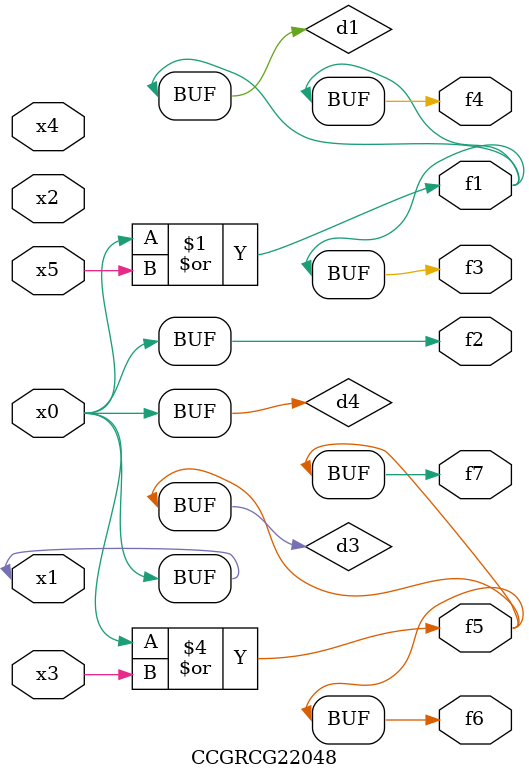
<source format=v>
module CCGRCG22048(
	input x0, x1, x2, x3, x4, x5,
	output f1, f2, f3, f4, f5, f6, f7
);

	wire d1, d2, d3, d4;

	or (d1, x0, x5);
	xnor (d2, x1, x4);
	or (d3, x0, x3);
	buf (d4, x0, x1);
	assign f1 = d1;
	assign f2 = d4;
	assign f3 = d1;
	assign f4 = d1;
	assign f5 = d3;
	assign f6 = d3;
	assign f7 = d3;
endmodule

</source>
